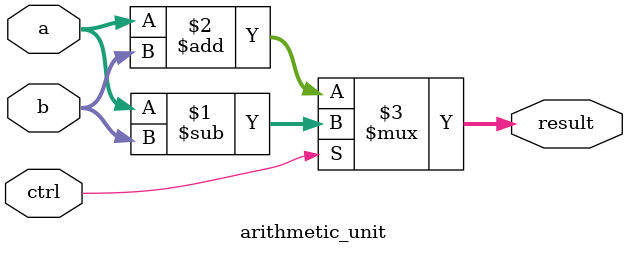
<source format=v>
module arithmetic_unit(a,b,ctrl,result);
input [15:0]a;
input[15:0]b;
input ctrl;
output [15:0] result;
assign result=ctrl?(a-b):(a+b);
endmodule
</source>
